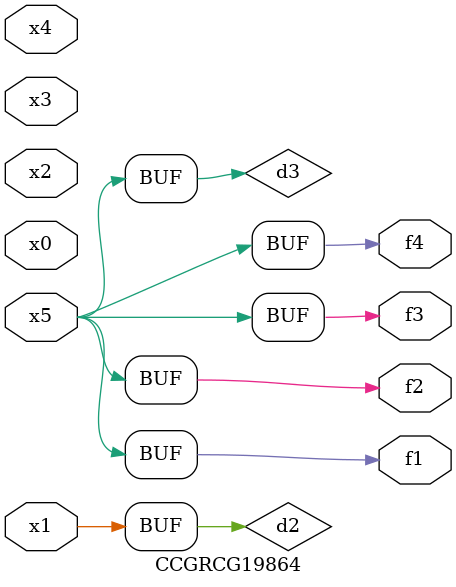
<source format=v>
module CCGRCG19864(
	input x0, x1, x2, x3, x4, x5,
	output f1, f2, f3, f4
);

	wire d1, d2, d3;

	not (d1, x5);
	or (d2, x1);
	xnor (d3, d1);
	assign f1 = d3;
	assign f2 = d3;
	assign f3 = d3;
	assign f4 = d3;
endmodule

</source>
